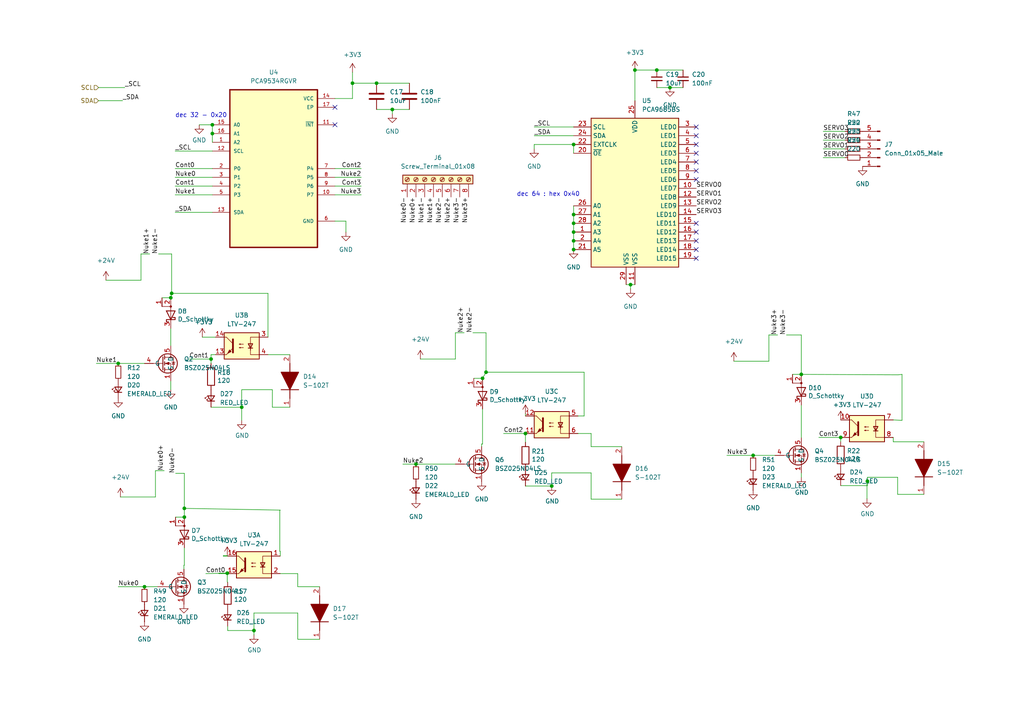
<source format=kicad_sch>
(kicad_sch (version 20231120) (generator "eeschema") (generator_version "8.0")
  (paper "A4")
  (lib_symbols
    (symbol "Connector:Conn_01x05_Male" (pin_names (offset 1.016) hide)
      (property "Reference" "J" (at 0 7.62 0))
      (property "Value" "Conn_01x05_Male" (at 0 -7.62 0))
      (symbol "Conn_01x05_Male_1_1"
        (polyline (pts (xy 1.27 -5.08) (xy 0.8636 -5.08)) (stroke (width 0.1524)))
        (polyline (pts (xy 1.27 -2.54) (xy 0.8636 -2.54)) (stroke (width 0.1524)))
        (polyline (pts (xy 1.27 0) (xy 0.8636 0)) (stroke (width 0.1524)))
        (polyline (pts (xy 1.27 2.54) (xy 0.8636 2.54)) (stroke (width 0.1524)))
        (polyline (pts (xy 1.27 5.08) (xy 0.8636 5.08)) (stroke (width 0.1524)))
        (rectangle (start 0.8636 -4.953) (end 0 -5.207) (stroke (width 0.1524)) (fill (type outline)))
        (rectangle (start 0.8636 -2.413) (end 0 -2.667) (stroke (width 0.1524)) (fill (type outline)))
        (rectangle (start 0.8636 0.127) (end 0 -0.127) (stroke (width 0.1524)) (fill (type outline)))
        (rectangle (start 0.8636 2.667) (end 0 2.413) (stroke (width 0.1524)) (fill (type outline)))
        (rectangle (start 0.8636 5.207) (end 0 4.953) (stroke (width 0.1524)) (fill (type outline)))
        (pin passive line (at 5.08 5.08 180) (length 3.81) (name "Pin_1") (number "1"))
        (pin passive line (at 5.08 2.54 180) (length 3.81) (name "Pin_2") (number "2"))
        (pin passive line (at 5.08 0 180) (length 3.81) (name "Pin_3") (number "3"))
        (pin passive line (at 5.08 -2.54 180) (length 3.81) (name "Pin_4") (number "4"))
        (pin passive line (at 5.08 -5.08 180) (length 3.81) (name "Pin_5") (number "5"))
      )
    )
    (symbol "Connector:Screw_Terminal_01x08" (pin_names (offset 1.016) hide)
      (property "Reference" "J" (at 0 10.16 0))
      (property "Value" "Screw_Terminal_01x08" (at 0 -12.7 0))
      (symbol "Screw_Terminal_01x08_1_1"
        (rectangle (start -1.27 8.89) (end 1.27 -11.43) (stroke (width 0.254)) (fill (type background)))
        (circle (center 0 -10.16) (radius 0.635) (stroke (width 0.1524)))
        (circle (center 0 -7.62) (radius 0.635) (stroke (width 0.1524)))
        (circle (center 0 -5.08) (radius 0.635) (stroke (width 0.1524)))
        (circle (center 0 -2.54) (radius 0.635) (stroke (width 0.1524)))
        (polyline (pts (xy -0.5334 -9.8298) (xy 0.3302 -10.668)) (stroke (width 0.1524)))
        (polyline (pts (xy -0.5334 -7.2898) (xy 0.3302 -8.128)) (stroke (width 0.1524)))
        (polyline (pts (xy -0.5334 -4.7498) (xy 0.3302 -5.588)) (stroke (width 0.1524)))
        (polyline (pts (xy -0.5334 -2.2098) (xy 0.3302 -3.048)) (stroke (width 0.1524)))
        (polyline (pts (xy -0.5334 0.3302) (xy 0.3302 -0.508)) (stroke (width 0.1524)))
        (polyline (pts (xy -0.5334 2.8702) (xy 0.3302 2.032)) (stroke (width 0.1524)))
        (polyline (pts (xy -0.5334 5.4102) (xy 0.3302 4.572)) (stroke (width 0.1524)))
        (polyline (pts (xy -0.5334 7.9502) (xy 0.3302 7.112)) (stroke (width 0.1524)))
        (polyline (pts (xy -0.3556 -9.652) (xy 0.508 -10.4902)) (stroke (width 0.1524)))
        (polyline (pts (xy -0.3556 -7.112) (xy 0.508 -7.9502)) (stroke (width 0.1524)))
        (polyline (pts (xy -0.3556 -4.572) (xy 0.508 -5.4102)) (stroke (width 0.1524)))
        (polyline (pts (xy -0.3556 -2.032) (xy 0.508 -2.8702)) (stroke (width 0.1524)))
        (polyline (pts (xy -0.3556 0.508) (xy 0.508 -0.3302)) (stroke (width 0.1524)))
        (polyline (pts (xy -0.3556 3.048) (xy 0.508 2.2098)) (stroke (width 0.1524)))
        (polyline (pts (xy -0.3556 5.588) (xy 0.508 4.7498)) (stroke (width 0.1524)))
        (polyline (pts (xy -0.3556 8.128) (xy 0.508 7.2898)) (stroke (width 0.1524)))
        (circle (center 0 0) (radius 0.635) (stroke (width 0.1524)))
        (circle (center 0 2.54) (radius 0.635) (stroke (width 0.1524)))
        (circle (center 0 5.08) (radius 0.635) (stroke (width 0.1524)))
        (circle (center 0 7.62) (radius 0.635) (stroke (width 0.1524)))
        (pin passive line (at -5.08 7.62 0) (length 3.81) (name "Pin_1") (number "1"))
        (pin passive line (at -5.08 5.08 0) (length 3.81) (name "Pin_2") (number "2"))
        (pin passive line (at -5.08 2.54 0) (length 3.81) (name "Pin_3") (number "3"))
        (pin passive line (at -5.08 0 0) (length 3.81) (name "Pin_4") (number "4"))
        (pin passive line (at -5.08 -2.54 0) (length 3.81) (name "Pin_5") (number "5"))
        (pin passive line (at -5.08 -5.08 0) (length 3.81) (name "Pin_6") (number "6"))
        (pin passive line (at -5.08 -7.62 0) (length 3.81) (name "Pin_7") (number "7"))
        (pin passive line (at -5.08 -10.16 0) (length 3.81) (name "Pin_8") (number "8"))
      )
    )
    (symbol "Device:C" (pin_numbers hide) (pin_names (offset 0.254))
      (property "Reference" "C" (at 0.635 2.54 0))
      (property "Value" "C" (at 0.635 -2.54 0))
      (symbol "C_0_1"
        (polyline (pts (xy -2.032 -0.762) (xy 2.032 -0.762)) (stroke (width 0.508)))
        (polyline (pts (xy -2.032 0.762) (xy 2.032 0.762)) (stroke (width 0.508)))
      )
      (symbol "C_1_1"
        (pin passive line (at 0 3.81 270) (length 2.794) (name "~") (number "1"))
        (pin passive line (at 0 -3.81 90) (length 2.794) (name "~") (number "2"))
      )
    )
    (symbol "Device:C_Small" (pin_numbers hide) (pin_names (offset 0.254) hide)
      (property "Reference" "C" (at 0.254 1.778 0))
      (property "Value" "C_Small" (at 0.254 -2.032 0))
      (symbol "C_Small_0_1"
        (polyline (pts (xy -1.524 -0.508) (xy 1.524 -0.508)) (stroke (width 0.3302)))
        (polyline (pts (xy -1.524 0.508) (xy 1.524 0.508)) (stroke (width 0.3048)))
      )
      (symbol "C_Small_1_1"
        (pin passive line (at 0 2.54 270) (length 2.032) (name "~") (number "1"))
        (pin passive line (at 0 -2.54 90) (length 2.032) (name "~") (number "2"))
      )
    )
    (symbol "Device:D_Schottky_AAK" (pin_names (offset 0) hide)
      (property "Reference" "D" (at 0 2.54 0))
      (property "Value" "D_Schottky_AAK" (at 0 -2.54 0))
      (symbol "D_Schottky_AAK_0_1"
        (polyline (pts (xy 1.27 1.27) (xy 1.27 -1.27) (xy -1.27 0) (xy 1.27 1.27)) (stroke (width 0.254)))
        (polyline (pts (xy 3.81 2.54) (xy 2.54 2.54) (xy 2.54 0) (xy -1.27 0)))
        (polyline (pts (xy -1.905 0.635) (xy -1.905 1.27) (xy -1.27 1.27) (xy -1.27 -1.27) (xy -0.635 -1.27) (xy -0.635 -0.635)) (stroke (width 0.254)))
        (circle (center 2.54 0) (radius 0.254) (fill (type outline)))
      )
      (symbol "D_Schottky_AAK_1_1"
        (pin passive line (at 5.08 2.54 180) (length 2.54) (name "A") (number "1"))
        (pin passive line (at 5.08 0 180) (length 2.54) (name "A") (number "2"))
        (pin passive line (at -3.81 0 0) (length 2.54) (name "K") (number "3"))
      )
    )
    (symbol "Device:LED_Small" (pin_numbers hide) (pin_names (offset 0.254) hide)
      (property "Reference" "D" (at -1.27 3.175 0))
      (property "Value" "LED_Small" (at -4.445 -2.54 0))
      (symbol "LED_Small_0_1"
        (polyline (pts (xy -0.762 -1.016) (xy -0.762 1.016)) (stroke (width 0.254)))
        (polyline (pts (xy 1.016 0) (xy -0.762 0)))
        (polyline (pts (xy 0.762 -1.016) (xy -0.762 0) (xy 0.762 1.016) (xy 0.762 -1.016)) (stroke (width 0.254)))
        (polyline (pts (xy 0 0.762) (xy -0.508 1.27) (xy -0.254 1.27) (xy -0.508 1.27) (xy -0.508 1.016)))
        (polyline (pts (xy 0.508 1.27) (xy 0 1.778) (xy 0.254 1.778) (xy 0 1.778) (xy 0 1.524)))
      )
      (symbol "LED_Small_1_1"
        (pin passive line (at -2.54 0 0) (length 1.778) (name "K") (number "1"))
        (pin passive line (at 2.54 0 180) (length 1.778) (name "A") (number "2"))
      )
    )
    (symbol "Device:R" (pin_numbers hide) (pin_names (offset 0))
      (property "Reference" "R" (at 2.032 0 90))
      (property "Value" "R" (at 0 0 90))
      (symbol "R_0_1"
        (rectangle (start -1.016 -2.54) (end 1.016 2.54) (stroke (width 0.254)))
      )
      (symbol "R_1_1"
        (pin passive line (at 0 3.81 270) (length 1.27) (name "~") (number "1"))
        (pin passive line (at 0 -3.81 90) (length 1.27) (name "~") (number "2"))
      )
    )
    (symbol "Device:R_Small" (pin_numbers hide) (pin_names (offset 0.254) hide)
      (property "Reference" "R" (at 0.762 0.508 0))
      (property "Value" "R_Small" (at 0.762 -1.016 0))
      (symbol "R_Small_0_1"
        (rectangle (start -0.762 1.778) (end 0.762 -1.778) (stroke (width 0.2032)))
      )
      (symbol "R_Small_1_1"
        (pin passive line (at 0 2.54 270) (length 0.762) (name "~") (number "1"))
        (pin passive line (at 0 -2.54 90) (length 0.762) (name "~") (number "2"))
      )
    )
    (symbol "Driver_LED:PCA9685BS"
      (property "Reference" "U" (at -12.7 22.225 0))
      (property "Value" "PCA9685BS" (at 1.27 22.225 0))
      (symbol "PCA9685BS_0_1"
        (rectangle (start -12.7 20.32) (end 12.7 -22.86) (stroke (width 0.254)) (fill (type background)))
      )
      (symbol "PCA9685BS_1_1"
        (pin input line (at -17.78 -12.7 0) (length 5.08) (name "A3") (number "1"))
        (pin output line (at 17.78 0 180) (length 5.08) (name "LED7") (number "10"))
        (pin power_in line (at 0 -27.94 90) (length 5.08) (name "VSS") (number "11"))
        (pin output line (at 17.78 -2.54 180) (length 5.08) (name "LED8") (number "12"))
        (pin output line (at 17.78 -5.08 180) (length 5.08) (name "LED9") (number "13"))
        (pin output line (at 17.78 -7.62 180) (length 5.08) (name "LED10") (number "14"))
        (pin output line (at 17.78 -10.16 180) (length 5.08) (name "LED11") (number "15"))
        (pin output line (at 17.78 -12.7 180) (length 5.08) (name "LED12") (number "16"))
        (pin output line (at 17.78 -15.24 180) (length 5.08) (name "LED13") (number "17"))
        (pin output line (at 17.78 -17.78 180) (length 5.08) (name "LED14") (number "18"))
        (pin output line (at 17.78 -20.32 180) (length 5.08) (name "LED15") (number "19"))
        (pin input line (at -17.78 -15.24 0) (length 5.08) (name "A4") (number "2"))
        (pin input line (at -17.78 10.16 0) (length 5.08) (name "~{OE}") (number "20"))
        (pin input line (at -17.78 -17.78 0) (length 5.08) (name "A5") (number "21"))
        (pin input line (at -17.78 12.7 0) (length 5.08) (name "EXTCLK") (number "22"))
        (pin input line (at -17.78 17.78 0) (length 5.08) (name "SCL") (number "23"))
        (pin bidirectional line (at -17.78 15.24 0) (length 5.08) (name "SDA") (number "24"))
        (pin power_in line (at 0 25.4 270) (length 5.08) (name "VDD") (number "25"))
        (pin input line (at -17.78 -5.08 0) (length 5.08) (name "A0") (number "26"))
        (pin input line (at -17.78 -7.62 0) (length 5.08) (name "A1") (number "27"))
        (pin input line (at -17.78 -10.16 0) (length 5.08) (name "A2") (number "28"))
        (pin power_in line (at -2.54 -27.94 90) (length 5.08) (name "VSS") (number "29"))
        (pin output line (at 17.78 17.78 180) (length 5.08) (name "LED0") (number "3"))
        (pin output line (at 17.78 15.24 180) (length 5.08) (name "LED1") (number "4"))
        (pin output line (at 17.78 12.7 180) (length 5.08) (name "LED2") (number "5"))
        (pin output line (at 17.78 10.16 180) (length 5.08) (name "LED3") (number "6"))
        (pin output line (at 17.78 7.62 180) (length 5.08) (name "LED4") (number "7"))
        (pin output line (at 17.78 5.08 180) (length 5.08) (name "LED5") (number "8"))
        (pin output line (at 17.78 2.54 180) (length 5.08) (name "LED6") (number "9"))
      )
    )
    (symbol "GND_1" (power) (pin_numbers hide) (pin_names (offset 0) hide)
      (property "Value" "GND" (at 0 -3.81 0))
      (symbol "GND_1_0_1"
        (polyline (pts (xy 0 0) (xy 0 -1.27) (xy 1.27 -1.27) (xy 0 -2.54) (xy -1.27 -1.27) (xy 0 -1.27)))
      )
      (symbol "GND_1_1_1"
        (pin power_in line (at 0 0 270) (length 0) (name "~") (number "1"))
      )
    )
    (symbol "Isolator:LTV-247"
      (property "Reference" "U" (at -5.08 5.08 0))
      (property "Value" "LTV-247" (at 0 5.08 0))
      (symbol "LTV-247_0_1"
        (rectangle (start -5.08 3.81) (end 5.08 -3.81) (stroke (width 0.254)) (fill (type background)))
        (polyline (pts (xy -3.175 -0.635) (xy -1.905 -0.635)) (stroke (width 0.254)))
        (polyline (pts (xy 2.54 0.635) (xy 4.445 2.54)))
        (polyline (pts (xy 4.445 -2.54) (xy 2.54 -0.635)) (fill (type outline)))
        (polyline (pts (xy 4.445 -2.54) (xy 5.08 -2.54)))
        (polyline (pts (xy 4.445 2.54) (xy 5.08 2.54)))
        (polyline (pts (xy -2.54 -0.635) (xy -2.54 -2.54) (xy -5.08 -2.54)))
        (polyline (pts (xy 2.54 1.905) (xy 2.54 -1.905) (xy 2.54 -1.905)) (stroke (width 0.508)))
        (polyline (pts (xy -5.08 2.54) (xy -2.54 2.54) (xy -2.54 -1.27) (xy -2.54 0.635)))
        (polyline (pts (xy -2.54 -0.635) (xy -3.175 0.635) (xy -1.905 0.635) (xy -2.54 -0.635)) (stroke (width 0.254)))
        (polyline (pts (xy -0.508 -0.508) (xy 0.762 -0.508) (xy 0.381 -0.635) (xy 0.381 -0.381) (xy 0.762 -0.508)))
        (polyline (pts (xy -0.508 0.508) (xy 0.762 0.508) (xy 0.381 0.381) (xy 0.381 0.635) (xy 0.762 0.508)))
        (polyline (pts (xy 3.048 -1.651) (xy 3.556 -1.143) (xy 4.064 -2.159) (xy 3.048 -1.651) (xy 3.048 -1.651)) (fill (type outline)))
      )
      (symbol "LTV-247_1_1"
        (pin passive line (at -7.62 2.54 0) (length 2.54) (name "~") (number "1"))
        (pin passive line (at 7.62 -2.54 180) (length 2.54) (name "~") (number "15"))
        (pin passive line (at 7.62 2.54 180) (length 2.54) (name "~") (number "16"))
        (pin passive line (at -7.62 -2.54 0) (length 2.54) (name "~") (number "2"))
      )
      (symbol "LTV-247_2_1"
        (pin passive line (at 7.62 -2.54 180) (length 2.54) (name "~") (number "13"))
        (pin passive line (at 7.62 2.54 180) (length 2.54) (name "~") (number "14"))
        (pin passive line (at -7.62 2.54 0) (length 2.54) (name "~") (number "3"))
        (pin passive line (at -7.62 -2.54 0) (length 2.54) (name "~") (number "4"))
      )
      (symbol "LTV-247_3_1"
        (pin passive line (at 7.62 -2.54 180) (length 2.54) (name "~") (number "11"))
        (pin passive line (at 7.62 2.54 180) (length 2.54) (name "~") (number "12"))
        (pin passive line (at -7.62 2.54 0) (length 2.54) (name "~") (number "5"))
        (pin passive line (at -7.62 -2.54 0) (length 2.54) (name "~") (number "6"))
      )
      (symbol "LTV-247_4_1"
        (pin passive line (at 7.62 2.54 180) (length 2.54) (name "~") (number "10"))
        (pin passive line (at -7.62 2.54 0) (length 2.54) (name "~") (number "7"))
        (pin passive line (at -7.62 -2.54 0) (length 2.54) (name "~") (number "8"))
        (pin passive line (at 7.62 -2.54 180) (length 2.54) (name "~") (number "9"))
      )
    )
    (symbol "iclr-hw:BSZ025N04LS"
      (property "Reference" "Q" (at -0.762 15.748 0))
      (property "Value" "BSZ025N04LS" (at -6.604 13.208 0))
      (symbol "BSZ025N04LS_0_1"
        (polyline (pts (xy -1.016 0) (xy -3.81 0)))
        (polyline (pts (xy -1.016 1.905) (xy -1.016 -1.905)) (stroke (width 0.254)))
        (polyline (pts (xy -0.508 -1.27) (xy -0.508 -2.286)) (stroke (width 0.254)))
        (polyline (pts (xy -0.508 0.508) (xy -0.508 -0.508)) (stroke (width 0.254)))
        (polyline (pts (xy -0.508 2.286) (xy -0.508 1.27)) (stroke (width 0.254)))
        (polyline (pts (xy 1.27 2.54) (xy 1.27 1.778)))
        (polyline (pts (xy 1.27 -2.54) (xy 1.27 0) (xy -0.508 0)))
        (polyline (pts (xy -0.508 -1.778) (xy 2.032 -1.778) (xy 2.032 1.778) (xy -0.508 1.778)))
        (polyline (pts (xy -0.254 0) (xy 0.762 0.381) (xy 0.762 -0.381) (xy -0.254 0)) (fill (type outline)))
        (polyline (pts (xy 1.524 0.508) (xy 1.651 0.381) (xy 2.413 0.381) (xy 2.54 0.254)))
        (polyline (pts (xy 2.032 0.381) (xy 1.651 -0.254) (xy 2.413 -0.254) (xy 2.032 0.381)))
        (circle (center 0.381 0) (radius 2.794) (stroke (width 0.254)))
        (circle (center 1.27 -1.778) (radius 0.254) (fill (type outline)))
        (circle (center 1.27 1.778) (radius 0.254) (fill (type outline)))
      )
      (symbol "BSZ025N04LS_1_1"
        (pin passive line (at 1.27 -5.08 90) (length 2.54) (name "S") (number "1"))
        (pin passive line (at 1.27 -5.08 90) (length 2.54) hide (name "S") (number "2"))
        (pin passive line (at 1.27 -5.08 90) (length 2.54) hide (name "S") (number "3"))
        (pin input line (at -6.35 0 0) (length 2.54) (name "G") (number "4"))
        (pin passive line (at 1.27 5.08 270) (length 2.54) (name "D") (number "5"))
        (pin passive line (at 1.27 5.08 270) (length 2.54) hide (name "D") (number "6"))
        (pin passive line (at 1.27 5.08 270) (length 2.54) hide (name "D") (number "7"))
        (pin passive line (at 1.27 5.08 270) (length 2.54) hide (name "D") (number "8"))
        (pin passive line (at 1.27 -5.08 90) (length 2.54) hide (name "S") (number "A1"))
        (pin passive line (at 1.27 5.08 270) (length 2.54) hide (name "D") (number "A5"))
      )
    )
    (symbol "iclr-hw:S-102T" (pin_names hide)
      (property "Reference" "D" (at 11.43 5.08 0))
      (property "Value" "S-102T" (at 11.43 2.54 0))
      (symbol "S-102T_1_1"
        (polyline (pts (xy 2.54 0) (xy 5.08 0)) (stroke (width 0.254)))
        (polyline (pts (xy 5.08 2.54) (xy 5.08 -2.54)) (stroke (width 0.254)))
        (polyline (pts (xy 10.16 0) (xy 12.7 0)) (stroke (width 0.254)))
        (polyline (pts (xy 5.08 0) (xy 10.16 2.54) (xy 10.16 -2.54) (xy 5.08 0)) (stroke (width 0.254)) (fill (type outline)))
        (pin passive line (at 0 0 0) (length 2.54) (name "K") (number "1"))
        (pin passive line (at 15.24 0 180) (length 2.54) (name "A") (number "2"))
      )
    )
    (symbol "iclr:PCA9534RGVR" (pin_names (offset 1.016))
      (property "Reference" "U" (at -12.7 23.8506 0))
      (property "Value" "PCA9534RGVR" (at -12.7 -26.8478 0))
      (symbol "PCA9534RGVR_0_0"
        (rectangle (start -12.7 -22.86) (end 12.7 22.86) (stroke (width 0.4064)) (fill (type background)))
        (pin input line (at -17.78 7.62 0) (length 5.08) (name "A2") (number "1"))
        (pin bidirectional line (at 17.78 -7.62 180) (length 5.08) (name "P7") (number "10"))
        (pin output line (at 17.78 12.7 180) (length 5.08) (name "~{INT}") (number "11"))
        (pin input line (at -17.78 5.08 0) (length 5.08) (name "SCL") (number "12"))
        (pin bidirectional line (at -17.78 -12.7 0) (length 5.08) (name "SDA") (number "13"))
        (pin power_in line (at 17.78 20.32 180) (length 5.08) (name "VCC") (number "14"))
        (pin input line (at -17.78 12.7 0) (length 5.08) (name "A0") (number "15"))
        (pin input line (at -17.78 10.16 0) (length 5.08) (name "A1") (number "16"))
        (pin power_in line (at 17.78 17.78 180) (length 5.08) (name "EP") (number "17"))
        (pin bidirectional line (at -17.78 0 0) (length 5.08) (name "P0") (number "2"))
        (pin bidirectional line (at -17.78 -2.54 0) (length 5.08) (name "P1") (number "3"))
        (pin bidirectional line (at -17.78 -5.08 0) (length 5.08) (name "P2") (number "4"))
        (pin bidirectional line (at -17.78 -7.62 0) (length 5.08) (name "P3") (number "5"))
        (pin power_in line (at 17.78 -15.24 180) (length 5.08) (name "GND") (number "6"))
        (pin bidirectional line (at 17.78 0 180) (length 5.08) (name "P4") (number "7"))
        (pin bidirectional line (at 17.78 -2.54 180) (length 5.08) (name "P5") (number "8"))
        (pin bidirectional line (at 17.78 -5.08 180) (length 5.08) (name "P6") (number "9"))
      )
    )
    (symbol "power:+24V" (power) (pin_names (offset 0))
      (property "Value" "+24V" (at 0 3.556 0))
      (symbol "+24V_0_1"
        (polyline (pts (xy -0.762 1.27) (xy 0 2.54)))
        (polyline (pts (xy 0 0) (xy 0 2.54)))
        (polyline (pts (xy 0 2.54) (xy 0.762 1.27)))
      )
      (symbol "+24V_1_1"
        (pin power_in line (at 0 0 90) (length 0) hide (name "+24V") (number "1"))
      )
    )
    (symbol "power:+3.3V" (power) (pin_names (offset 0))
      (property "Value" "+3.3V" (at 0 3.556 0))
      (symbol "+3.3V_0_1"
        (polyline (pts (xy -0.762 1.27) (xy 0 2.54)))
        (polyline (pts (xy 0 0) (xy 0 2.54)))
        (polyline (pts (xy 0 2.54) (xy 0.762 1.27)))
      )
      (symbol "+3.3V_1_1"
        (pin power_in line (at 0 0 90) (length 0) hide (name "+3V3") (number "1"))
      )
    )
    (symbol "power:+3V3" (power) (pin_names (offset 0))
      (property "Value" "+3V3" (at 0 3.556 0))
      (symbol "+3V3_0_1"
        (polyline (pts (xy -0.762 1.27) (xy 0 2.54)))
        (polyline (pts (xy 0 0) (xy 0 2.54)))
        (polyline (pts (xy 0 2.54) (xy 0.762 1.27)))
      )
      (symbol "+3V3_1_1"
        (pin power_in line (at 0 0 90) (length 0) hide (name "+3V3") (number "1"))
      )
    )
    (symbol "power:GND" (power) (pin_names (offset 0))
      (property "Value" "GND" (at 0 -3.81 0))
      (symbol "GND_0_1"
        (polyline (pts (xy 0 0) (xy 0 -1.27) (xy 1.27 -1.27) (xy 0 -2.54) (xy -1.27 -1.27) (xy 0 -1.27)))
      )
      (symbol "GND_1_1"
        (pin power_in line (at 0 0 270) (length 0) hide (name "GND") (number "1"))
      )
    )
  )
  (junction (at 61.595 36.195))
  (junction (at 140.97 107.95))
  (junction (at 139.954 109.728))
  (junction (at 243.84 126.873))
  (junction (at 34.29 105.41))
  (junction (at 41.91 170.18))
  (junction (at 120.65 134.62))
  (junction (at 49.53 86.36))
  (junction (at 182.88 82.55))
  (junction (at 113.792 31.75))
  (junction (at 166.37 62.23))
  (junction (at 160.02 140.97))
  (junction (at 166.37 41.91))
  (junction (at 232.41 108.585))
  (junction (at 61.214 104.14))
  (junction (at 166.37 72.39))
  (junction (at 53.467 149.987))
  (junction (at 109.22 24.13))
  (junction (at 65.913 166.243))
  (junction (at 70.104 118.11))
  (junction (at 184.15 20.32))
  (junction (at 53.467 147.447))
  (junction (at 166.37 67.31))
  (junction (at 251.587 139.573))
  (junction (at 194.31 25.4))
  (junction (at 102.235 24.13))
  (junction (at 61.595 38.735))
  (junction (at 166.37 69.85))
  (junction (at 166.37 64.77))
  (junction (at 218.44 132.08))
  (junction (at 190.5 20.32))
  (junction (at 152.4 125.73))
  (junction (at 49.784 85.09))
  (junction (at 73.66 182.88))
  (no_connect (at 201.93 74.93))
  (no_connect (at 97.155 31.115))
  (no_connect (at 201.93 39.37))
  (no_connect (at 201.93 52.07))
  (no_connect (at 97.155 36.195))
  (no_connect (at 201.93 49.53))
  (no_connect (at 201.93 67.31))
  (no_connect (at 201.93 36.83))
  (no_connect (at 201.93 44.45))
  (no_connect (at 201.93 46.99))
  (no_connect (at 201.93 64.77))
  (no_connect (at 201.93 69.85))
  (no_connect (at 201.93 41.91))
  (no_connect (at 201.93 72.39))
  (wire (pts (xy 132.08 96.52) (xy 132.08 104.14)))
  (wire (pts (xy 97.155 56.515) (xy 104.775 56.515)))
  (wire (pts (xy 109.22 31.75) (xy 113.792 31.75)))
  (wire (pts (xy 245.11 45.72) (xy 238.76 45.72)))
  (wire (pts (xy 160.02 140.97) (xy 160.02 137.16)))
  (wire (pts (xy 140.97 96.52) (xy 137.16 96.52)))
  (wire (pts (xy 43.434 73.66) (xy 40.894 73.66)))
  (wire (pts (xy 243.84 126.873) (xy 237.49 126.873)))
  (wire (pts (xy 210.82 132.08) (xy 218.44 132.08)))
  (wire (pts (xy 49.53 100.33) (xy 49.53 95.25)))
  (wire (pts (xy 260.35 138.43) (xy 251.587 138.43)))
  (wire (pts (xy 139.954 109.728) (xy 140.97 107.95)))
  (wire (pts (xy 166.37 67.31) (xy 166.37 69.85)))
  (wire (pts (xy 41.91 170.18) (xy 45.72 170.18)))
  (wire (pts (xy 66.04 161.29) (xy 64.77 161.29)))
  (wire (pts (xy 70.104 118.11) (xy 70.104 121.92)))
  (wire (pts (xy 63.5 166.243) (xy 65.913 166.243)))
  (wire (pts (xy 184.15 20.32) (xy 184.15 29.21)))
  (wire (pts (xy 78.994 118.11) (xy 84.074 118.11)))
  (wire (pts (xy 181.61 82.55) (xy 182.88 82.55)))
  (wire (pts (xy 245.11 43.18) (xy 238.76 43.18)))
  (wire (pts (xy 97.155 53.975) (xy 104.775 53.975)))
  (wire (pts (xy 81.153 148.082) (xy 81.28 147.955)))
  (wire (pts (xy 97.155 51.435) (xy 104.775 51.435)))
  (wire (pts (xy 160.02 137.16) (xy 171.45 137.16)))
  (wire (pts (xy 49.784 73.66) (xy 45.974 73.66)))
  (wire (pts (xy 57.785 36.195) (xy 61.595 36.195)))
  (wire (pts (xy 251.46 139.573) (xy 251.587 139.573)))
  (wire (pts (xy 73.66 182.88) (xy 73.66 177.8)))
  (wire (pts (xy 100.33 64.135) (xy 100.33 67.31)))
  (wire (pts (xy 53.467 163.957) (xy 53.467 158.877)))
  (wire (pts (xy 53.467 147.447) (xy 53.467 149.987)))
  (wire (pts (xy 232.41 108.585) (xy 260.477 108.712)))
  (wire (pts (xy 53.34 163.957) (xy 53.34 165.1)))
  (wire (pts (xy 70.104 113.03) (xy 70.104 118.11)))
  (wire (pts (xy 229.87 108.585) (xy 232.41 108.585)))
  (wire (pts (xy 86.36 177.8) (xy 86.36 185.42)))
  (wire (pts (xy 50.8 43.815) (xy 61.595 43.815)))
  (wire (pts (xy 166.37 41.91) (xy 166.37 44.45)))
  (wire (pts (xy 171.45 129.54) (xy 171.45 125.73)))
  (wire (pts (xy 28.575 29.21) (xy 35.56 29.21)))
  (wire (pts (xy 190.5 25.4) (xy 194.31 25.4)))
  (wire (pts (xy 140.97 96.52) (xy 140.97 107.95)))
  (wire (pts (xy 73.66 182.88) (xy 73.66 184.15)))
  (wire (pts (xy 260.35 143.383) (xy 267.97 143.383)))
  (wire (pts (xy 86.36 185.42) (xy 92.71 185.42)))
  (wire (pts (xy 109.22 24.13) (xy 102.235 24.13)))
  (wire (pts (xy 102.235 20.955) (xy 102.235 24.13)))
  (wire (pts (xy 53.467 147.447) (xy 81.28 147.955)))
  (wire (pts (xy 50.8 53.975) (xy 61.595 53.975)))
  (wire (pts (xy 73.66 177.8) (xy 86.36 177.8)))
  (wire (pts (xy 70.104 113.03) (xy 78.994 113.03)))
  (wire (pts (xy 182.88 82.55) (xy 184.15 82.55)))
  (wire (pts (xy 243.84 140.843) (xy 251.587 140.843)))
  (wire (pts (xy 63.5 166.37) (xy 63.5 166.243)))
  (wire (pts (xy 134.62 96.52) (xy 132.08 96.52)))
  (wire (pts (xy 53.467 137.287) (xy 50.927 137.287)))
  (wire (pts (xy 61.214 118.11) (xy 70.104 118.11)))
  (wire (pts (xy 34.29 170.18) (xy 41.91 170.18)))
  (wire (pts (xy 171.45 137.16) (xy 171.45 144.78)))
  (wire (pts (xy 49.784 85.09) (xy 77.724 85.09)))
  (wire (pts (xy 66.04 182.88) (xy 73.66 182.88)))
  (wire (pts (xy 171.45 125.73) (xy 167.64 125.73)))
  (wire (pts (xy 259.08 128.143) (xy 267.97 128.143)))
  (wire (pts (xy 102.235 28.575) (xy 97.155 28.575)))
  (wire (pts (xy 49.53 113.03) (xy 49.53 110.49)))
  (wire (pts (xy 49.784 73.66) (xy 49.784 85.09)))
  (wire (pts (xy 34.925 144.145) (xy 45.085 144.145)))
  (wire (pts (xy 81.28 159.893) (xy 81.28 161.29)))
  (wire (pts (xy 251.587 138.43) (xy 251.587 139.573)))
  (wire (pts (xy 81.28 166.37) (xy 86.36 166.37)))
  (wire (pts (xy 50.8 48.895) (xy 61.595 48.895)))
  (wire (pts (xy 113.792 31.75) (xy 113.792 33.02)))
  (wire (pts (xy 260.35 143.383) (xy 260.35 138.43)))
  (wire (pts (xy 46.99 86.36) (xy 49.53 86.36)))
  (wire (pts (xy 184.15 20.32) (xy 190.5 20.32)))
  (wire (pts (xy 30.734 81.28) (xy 40.894 81.28)))
  (wire (pts (xy 182.88 82.55) (xy 182.88 83.82)))
  (wire (pts (xy 169.418 120.65) (xy 167.64 120.65)))
  (wire (pts (xy 261.62 121.92) (xy 259.08 121.793)))
  (wire (pts (xy 232.41 97.155) (xy 232.41 108.585)))
  (wire (pts (xy 45.085 136.525) (xy 45.085 144.145)))
  (wire (pts (xy 245.11 38.1) (xy 238.76 38.1)))
  (wire (pts (xy 121.92 104.14) (xy 132.08 104.14)))
  (wire (pts (xy 50.8 56.515) (xy 61.595 56.515)))
  (wire (pts (xy 171.45 129.54) (xy 180.34 129.54)))
  (wire (pts (xy 152.4 140.97) (xy 160.02 140.97)))
  (wire (pts (xy 166.37 59.69) (xy 166.37 62.23)))
  (wire (pts (xy 78.994 113.03) (xy 78.994 118.11)))
  (wire (pts (xy 61.595 36.195) (xy 61.595 38.735)))
  (wire (pts (xy 28.575 25.4) (xy 36.195 25.4)))
  (wire (pts (xy 171.45 144.78) (xy 180.34 144.78)))
  (wire (pts (xy 154.94 39.37) (xy 166.37 39.37)))
  (wire (pts (xy 40.894 73.66) (xy 40.894 81.28)))
  (wire (pts (xy 212.852 104.775) (xy 223.012 104.775)))
  (wire (pts (xy 86.36 166.37) (xy 86.36 170.18)))
  (wire (pts (xy 261.62 108.585) (xy 260.477 108.712)))
  (wire (pts (xy 50.8 61.595) (xy 61.595 61.595)))
  (wire (pts (xy 140.97 107.95) (xy 169.418 107.95)))
  (wire (pts (xy 64.77 161.163) (xy 65.913 161.163)))
  (wire (pts (xy 152.4 128.27) (xy 152.4 125.73)))
  (wire (pts (xy 81.153 159.893) (xy 81.153 148.082)))
  (wire (pts (xy 34.29 105.41) (xy 41.91 105.41)))
  (wire (pts (xy 97.155 48.895) (xy 104.775 48.895)))
  (wire (pts (xy 27.94 105.41) (xy 34.29 105.41)))
  (wire (pts (xy 190.5 20.32) (xy 198.12 20.32)))
  (wire (pts (xy 49.53 86.36) (xy 49.784 85.09)))
  (wire (pts (xy 86.36 170.18) (xy 92.71 170.18)))
  (wire (pts (xy 58.674 97.79) (xy 62.484 97.79)))
  (wire (pts (xy 154.94 36.83) (xy 166.37 36.83)))
  (wire (pts (xy 61.214 104.14) (xy 54.864 104.14)))
  (wire (pts (xy 166.37 64.77) (xy 166.37 67.31)))
  (wire (pts (xy 116.84 134.62) (xy 120.65 134.62)))
  (wire (pts (xy 50.8 51.435) (xy 61.595 51.435)))
  (wire (pts (xy 64.77 161.29) (xy 64.77 161.163)))
  (wire (pts (xy 194.31 25.4) (xy 198.12 25.4)))
  (wire (pts (xy 81.28 159.893) (xy 81.153 159.893)))
  (wire (pts (xy 61.595 38.735) (xy 61.595 41.275)))
  (wire (pts (xy 169.418 120.65) (xy 169.418 107.95)))
  (wire (pts (xy 139.954 128.778) (xy 139.954 118.618)))
  (wire (pts (xy 47.625 136.525) (xy 45.085 136.525)))
  (wire (pts (xy 166.37 62.23) (xy 166.37 64.77)))
  (wire (pts (xy 113.792 31.75) (xy 118.745 31.75)))
  (wire (pts (xy 139.7 128.778) (xy 139.7 129.54)))
  (wire (pts (xy 50.927 149.987) (xy 53.467 149.987)))
  (wire (pts (xy 152.4 120.65) (xy 152.4 120.015)))
  (wire (pts (xy 218.44 132.08) (xy 224.79 132.08)))
  (wire (pts (xy 232.41 137.16) (xy 232.41 138.43)))
  (wire (pts (xy 223.012 97.155) (xy 223.012 104.775)))
  (wire (pts (xy 166.37 69.85) (xy 166.37 72.39)))
  (wire (pts (xy 53.34 163.957) (xy 53.467 163.957)))
  (wire (pts (xy 120.65 134.62) (xy 132.08 134.62)))
  (wire (pts (xy 251.46 139.573) (xy 251.46 144.653)))
  (wire (pts (xy 109.22 24.13) (xy 118.745 24.13)))
  (wire (pts (xy 53.467 137.287) (xy 53.467 147.447)))
  (wire (pts (xy 225.552 97.155) (xy 223.012 97.155)))
  (wire (pts (xy 261.62 108.585) (xy 261.62 121.92)))
  (wire (pts (xy 259.08 126.873) (xy 259.08 128.143)))
  (wire (pts (xy 251.587 139.573) (xy 251.587 140.843)))
  (wire (pts (xy 228.092 97.155) (xy 232.41 97.155)))
  (wire (pts (xy 66.04 181.61) (xy 66.04 182.88)))
  (wire (pts (xy 61.214 105.41) (xy 61.214 104.14)))
  (wire (pts (xy 66.04 166.37) (xy 63.5 166.37)))
  (wire (pts (xy 166.37 41.91) (xy 154.94 41.91)))
  (wire (pts (xy 65.913 166.243) (xy 59.69 166.37)))
  (wire (pts (xy 102.235 24.13) (xy 102.235 28.575)))
  (wire (pts (xy 77.724 85.09) (xy 77.724 97.79)))
  (wire (pts (xy 65.913 168.783) (xy 66.04 168.91)))
  (wire (pts (xy 154.94 41.91) (xy 154.94 43.18)))
  (wire (pts (xy 243.84 128.143) (xy 243.84 126.873)))
  (wire (pts (xy 137.414 109.728) (xy 139.954 109.728)))
  (wire (pts (xy 245.11 40.64) (xy 238.76 40.64)))
  (wire (pts (xy 61.214 102.87) (xy 61.214 104.14)))
  (wire (pts (xy 232.41 117.475) (xy 232.41 127)))
  (wire (pts (xy 97.155 64.135) (xy 100.33 64.135)))
  (wire (pts (xy 65.913 168.783) (xy 65.913 166.243)))
  (wire (pts (xy 62.484 102.87) (xy 61.214 102.87)))
  (wire (pts (xy 152.4 125.73) (xy 146.05 125.73)))
  (wire (pts (xy 139.7 128.778) (xy 139.954 128.778)))
  (wire (pts (xy 77.724 102.87) (xy 84.074 102.87)))
  (text "dec 32 - 0x20" (at 50.8 34.29 0) (effects (font (size 1.27 1.27)) (justify left bottom)))
  (text "dec 64 : hex 0x40\n" (at 149.86 57.15 0) (effects (font (size 1.27 1.27)) (justify left bottom)))
  (label "Nuke0" (at 34.29 170.18 0))
  (label "Cont2" (at 104.775 48.895 180))
  (label "Nuke1+" (at 43.434 73.66 90))
  (label "Nuke0+" (at 47.625 136.525 90))
  (label "Nuke1" (at 50.8 56.515 0))
  (label "Nuke2" (at 104.775 51.435 180))
  (label "Nuke1-" (at 123.19 57.15 270))
  (label "Nuke1+" (at 125.73 57.15 270))
  (label "_SCL" (at 154.94 36.83 0))
  (label "Nuke3-" (at 228.092 97.155 90))
  (label "Nuke2-" (at 128.27 57.15 270))
  (label "Nuke1-" (at 45.974 73.66 90))
  (label "SERVO2" (at 201.93 59.69 0))
  (label "Cont0" (at 59.69 166.37 0))
  (label "Cont3" (at 237.49 126.873 0))
  (label "Cont3" (at 104.775 53.975 180))
  (label "Nuke3+" (at 225.552 97.155 90))
  (label "SERVO1" (at 201.93 57.15 0))
  (label "Nuke3" (at 210.82 132.08 0))
  (label "Nuke2-" (at 137.16 96.52 90))
  (label "Nuke2+" (at 130.81 57.15 270))
  (label "_SDA" (at 154.94 39.37 0))
  (label "Cont1" (at 50.8 53.975 0))
  (label "Nuke3-" (at 133.35 57.15 270))
  (label "SERVO2" (at 238.76 40.64 0))
  (label "Nuke0-" (at 118.11 57.15 270))
  (label "Nuke0-" (at 50.927 137.287 90))
  (label "Nuke1" (at 27.94 105.41 0))
  (label "SERVO3" (at 238.76 38.1 0))
  (label "Cont1" (at 54.864 104.14 0))
  (label "Cont0" (at 50.8 48.895 0))
  (label "SERVO1" (at 238.76 43.18 0))
  (label "_SCL" (at 50.8 43.815 0))
  (label "_SCL" (at 36.195 25.4 0))
  (label "SERVO3" (at 201.93 62.23 0))
  (label "Nuke3+" (at 135.89 57.15 270))
  (label "Nuke3" (at 104.775 56.515 180))
  (label "Nuke0" (at 50.8 51.435 0))
  (label "Nuke2" (at 116.84 134.62 0))
  (label "_SDA" (at 35.56 29.21 0))
  (label "Cont2" (at 146.05 125.73 0))
  (label "SERVO0" (at 201.93 54.61 0))
  (label "Nuke0+" (at 120.65 57.15 270))
  (label "_SDA" (at 50.8 61.595 0))
  (label "SERVO0" (at 238.76 45.72 0))
  (label "Nuke2+" (at 134.62 96.52 90))
  (hierarchical_label "SDA" (shape input) (at 28.575 29.21 180))
  (hierarchical_label "SCL" (shape input) (at 28.575 25.4 180))
  (symbol (lib_id "power:GND") (at 70.104 121.92 0) (unit 1)
    (property "Reference" "#PWR050" (effects (hide yes)))
    (property "Value" "GND" (at 70.231 126.3142 0))
  )
  (symbol (lib_id "iclr:PCA9534RGVR") (at 79.375 48.895 0) (unit 1)
    (property "Reference" "U4" (at 79.375 20.955 0))
    (property "Value" "PCA9534RGVR" (at 79.375 23.495 0))
    (property "Footprint" "iclr:QFN65P400X400X100-17N" (effects (hide yes)))
  )
  (symbol (lib_id "Device:LED_Small") (at 61.214 115.57 90) (unit 1)
    (property "Reference" "D27" (at 63.754 114.2364 90) (effects (justify right)))
    (property "Value" "RED_LED" (at 63.754 116.7764 90) (effects (justify right)))
    (property "Footprint" "LED_SMD:LED_0402_1005Metric" (effects (hide yes)))
    (property "Description" "Light emitting diode, small symbol" (effects (hide yes)))
  )
  (symbol (lib_id "power:+3.3V") (at 184.15 20.32 0) (unit 1)
    (property "Reference" "#PWR065" (effects (hide yes)))
    (property "Value" "+3V3" (at 184.15 15.24 0))
  )
  (symbol (lib_name "GND_1") (lib_id "power:GND") (at 218.44 142.24 0) (unit 1)
    (property "Reference" "#PWR035" (effects (hide yes)))
    (property "Value" "GND" (at 218.44 147.32 0))
    (property "Description" "Power symbol creates a global label with name \"GND\" , ground" (effects (hide yes)))
  )
  (symbol (lib_name "GND_1") (lib_id "power:GND") (at 41.91 180.34 0) (unit 1)
    (property "Reference" "#PWR026" (effects (hide yes)))
    (property "Value" "GND" (at 41.91 185.42 0))
    (property "Description" "Power symbol creates a global label with name \"GND\" , ground" (effects (hide yes)))
  )
  (symbol (lib_id "Device:C_Small") (at 190.5 22.86 0) (unit 1)
    (property "Reference" "C19" (at 193.04 21.5962 0) (effects (justify left)))
    (property "Value" "10uF" (at 193.04 24.1362 0) (effects (justify left)))
    (property "Footprint" "Capacitor_SMD:C_0402_1005Metric" (effects (hide yes)))
  )
  (symbol (lib_id "Device:R") (at 243.84 131.953 0) (unit 1)
    (property "Reference" "R22" (at 245.618 130.7846 0) (effects (justify left)))
    (property "Value" "120" (at 245.618 133.096 0) (effects (justify left)))
    (property "Footprint" "Resistor_SMD:R_0402_1005Metric" (effects (hide yes)))
  )
  (symbol (lib_id "Device:LED_Small") (at 120.65 142.24 90) (unit 1)
    (property "Reference" "D22" (at 123.19 140.9064 90) (effects (justify right)))
    (property "Value" "EMERALD_LED" (at 123.19 143.4464 90) (effects (justify right)))
    (property "Footprint" "LED_SMD:LED_0402_1005Metric" (effects (hide yes)))
    (property "Description" "Light emitting diode, small symbol" (effects (hide yes)))
  )
  (symbol (lib_id "power:GND") (at 250.19 48.26 0) (unit 1)
    (property "Reference" "#PWR067" (effects (hide yes)))
    (property "Value" "GND" (at 250.19 53.34 0))
  )
  (symbol (lib_id "Device:C") (at 118.745 27.94 0) (unit 1)
    (property "Reference" "C18" (at 121.92 26.6699 0) (effects (justify left)))
    (property "Value" "100nF" (at 121.92 29.2099 0) (effects (justify left)))
    (property "Footprint" "Capacitor_SMD:C_0402_1005Metric" (effects (hide yes)))
  )
  (symbol (lib_id "Isolator:LTV-247") (at 70.104 100.33 0) (mirror y) (unit 2)
    (property "Reference" "U3" (at 70.104 91.44 0))
    (property "Value" "LTV-247" (at 70.104 93.98 0))
    (property "Footprint" "Package_SO:SOP-16_4.4x10.4mm_P1.27mm" (effects (hide yes)))
    (property "Datasheet" "http://optoelectronics.liteon.com/upload/download/DS70-2009-0014/LTV-2X7%20sereis%20Mar17.PDF" (effects (hide yes)))
  )
  (symbol (lib_id "power:GND") (at 53.34 175.26 0) (unit 1)
    (property "Reference" "#PWR044" (effects (hide yes)))
    (property "Value" "GND" (at 53.34 180.34 0))
  )
  (symbol (lib_id "Device:C_Small") (at 198.12 22.86 0) (unit 1)
    (property "Reference" "C20" (at 200.66 21.5962 0) (effects (justify left)))
    (property "Value" "100nF" (at 200.66 24.1362 0) (effects (justify left)))
    (property "Footprint" "Capacitor_SMD:C_0402_1005Metric" (effects (hide yes)))
  )
  (symbol (lib_id "iclr-hw:BSZ025N04LS") (at 138.43 134.62 0) (unit 1)
    (property "Reference" "Q6" (at 143.51 133.3499 0) (effects (justify left)))
    (property "Value" "BSZ025N04LS" (at 143.51 135.8899 0) (effects (justify left)))
    (property "Footprint" "iclr:BSZ025N04LS" (effects (hide yes)))
    (property "Datasheet" "http://www.infineon.com/dgdl/DS_BSZ025N04LS_2_1.pdf?fileId=5546d46146d18cb40147204a34530283" (effects (hide yes)))
    (property "Description" "MOSFET MV POWER MOS MOSFET OptiMOS Power-MOSFET,40V" (effects (hide yes)))
    (property "Height" "1.1" (effects (hide yes)))
    (property "Manufacturer_Name" "Infineon" (effects (hide yes)))
    (property "Manufacturer_Part_Number" "BSZ025N04LS" (effects (hide yes)))
    (property "Mouser Part Number" "726-BSZ025N04LS" (effects (hide yes)))
    (property "Mouser Price/Stock" "https://www.mouser.co.uk/ProductDetail/Infineon-Technologies/BSZ025N04LS?qs=glduVv6OWv6ppMJu86R39g%3D%3D" (effects (hide yes)))
  )
  (symbol (lib_name "GND_1") (lib_id "power:GND") (at 120.65 144.78 0) (unit 1)
    (property "Reference" "#PWR027" (effects (hide yes)))
    (property "Value" "GND" (at 120.65 149.86 0))
    (property "Description" "Power symbol creates a global label with name \"GND\" , ground" (effects (hide yes)))
  )
  (symbol (lib_id "Device:R_Small") (at 120.65 137.16 0) (unit 1)
    (property "Reference" "R50" (at 123.19 135.8899 0) (effects (justify left)))
    (property "Value" "120" (at 123.19 138.4299 0) (effects (justify left)))
    (property "Footprint" "Resistor_SMD:R_0402_1005Metric" (effects (hide yes)))
    (property "Description" "Resistor, small symbol" (effects (hide yes)))
  )
  (symbol (lib_id "power:+3V3") (at 65.913 161.163 0) (unit 1)
    (property "Reference" "#PWR047" (effects (hide yes)))
    (property "Value" "+3V3" (at 66.294 156.7688 0))
  )
  (symbol (lib_id "power:GND") (at 100.33 67.31 0) (unit 1)
    (property "Reference" "#PWR053" (effects (hide yes)))
    (property "Value" "GND" (at 100.33 72.39 0))
  )
  (symbol (lib_id "power:GND") (at 139.7 139.7 0) (unit 1)
    (property "Reference" "#PWR056" (effects (hide yes)))
    (property "Value" "GND" (at 139.7 144.78 0))
  )
  (symbol (lib_id "power:+3.3V") (at 102.235 20.955 0) (unit 1)
    (property "Reference" "#PWR054" (effects (hide yes)))
    (property "Value" "+3V3" (at 102.235 15.875 0))
  )
  (symbol (lib_id "Device:LED_Small") (at 41.91 177.8 90) (unit 1)
    (property "Reference" "D21" (at 44.45 176.4664 90) (effects (justify right)))
    (property "Value" "EMERALD_LED" (at 44.45 179.0064 90) (effects (justify right)))
    (property "Footprint" "LED_SMD:LED_0402_1005Metric" (effects (hide yes)))
    (property "Description" "Light emitting diode, small symbol" (effects (hide yes)))
  )
  (symbol (lib_id "power:GND") (at 154.94 43.18 0) (unit 1)
    (property "Reference" "#PWR062" (effects (hide yes)))
    (property "Value" "GND" (at 154.94 48.26 0))
  )
  (symbol (lib_id "Device:R_Small") (at 34.29 107.95 0) (unit 1)
    (property "Reference" "R12" (at 36.83 106.6799 0) (effects (justify left)))
    (property "Value" "120" (at 36.83 109.2199 0) (effects (justify left)))
    (property "Footprint" "Resistor_SMD:R_0402_1005Metric" (effects (hide yes)))
    (property "Description" "Resistor, small symbol" (effects (hide yes)))
  )
  (symbol (lib_id "power:GND") (at 232.41 138.43 0) (unit 1)
    (property "Reference" "#PWR057" (effects (hide yes)))
    (property "Value" "GND" (at 232.537 142.8242 0))
  )
  (symbol (lib_id "power:GND") (at 182.88 83.82 0) (unit 1)
    (property "Reference" "#PWR064" (effects (hide yes)))
    (property "Value" "GND" (at 182.88 88.9 0))
  )
  (symbol (lib_id "power:+3V3") (at 243.84 121.793 0) (unit 1)
    (property "Reference" "#PWR059" (effects (hide yes)))
    (property "Value" "+3V3" (at 244.221 117.3988 0))
  )
  (symbol (lib_id "power:GND") (at 49.53 113.03 0) (unit 1)
    (property "Reference" "#PWR045" (effects (hide yes)))
    (property "Value" "GND" (at 49.53 118.11 0))
  )
  (symbol (lib_id "iclr-hw:BSZ025N04LS") (at 52.07 170.18 0) (unit 1)
    (property "Reference" "Q3" (at 57.15 168.9099 0) (effects (justify left)))
    (property "Value" "BSZ025N04LS" (at 57.15 171.4499 0) (effects (justify left)))
    (property "Footprint" "iclr:BSZ025N04LS" (effects (hide yes)))
    (property "Datasheet" "http://www.infineon.com/dgdl/DS_BSZ025N04LS_2_1.pdf?fileId=5546d46146d18cb40147204a34530283" (effects (hide yes)))
    (property "Description" "MOSFET MV POWER MOS MOSFET OptiMOS Power-MOSFET,40V" (effects (hide yes)))
    (property "Height" "1.1" (effects (hide yes)))
    (property "Manufacturer_Name" "Infineon" (effects (hide yes)))
    (property "Manufacturer_Part_Number" "BSZ025N04LS" (effects (hide yes)))
    (property "Mouser Part Number" "726-BSZ025N04LS" (effects (hide yes)))
    (property "Mouser Price/Stock" "https://www.mouser.co.uk/ProductDetail/Infineon-Technologies/BSZ025N04LS?qs=glduVv6OWv6ppMJu86R39g%3D%3D" (effects (hide yes)))
  )
  (symbol (lib_id "Device:D_Schottky_AAK") (at 53.467 155.067 90) (unit 1)
    (property "Reference" "D7" (at 55.4736 153.8986 90) (effects (justify right)))
    (property "Value" "D_Schottky" (at 55.4736 156.21 90) (effects (justify right)))
    (property "Footprint" "Package_TO_SOT_SMD:TO-277B" (effects (hide yes)))
  )
  (symbol (lib_id "Device:R") (at 66.04 172.72 0) (unit 1)
    (property "Reference" "R17" (at 67.818 171.5516 0) (effects (justify left)))
    (property "Value" "120" (at 67.818 173.863 0) (effects (justify left)))
    (property "Footprint" "Resistor_SMD:R_0402_1005Metric" (effects (hide yes)))
  )
  (symbol (lib_name "GND_1") (lib_id "power:GND") (at 34.29 115.57 0) (unit 1)
    (property "Reference" "#PWR025" (effects (hide yes)))
    (property "Value" "GND" (at 34.29 120.65 0))
    (property "Description" "Power symbol creates a global label with name \"GND\" , ground" (effects (hide yes)))
  )
  (symbol (lib_id "Device:LED_Small") (at 34.29 113.03 90) (unit 1)
    (property "Reference" "D20" (at 36.83 111.6964 90) (effects (justify right)))
    (property "Value" "EMERALD_LED" (at 36.83 114.2364 90) (effects (justify right)))
    (property "Footprint" "LED_SMD:LED_0402_1005Metric" (effects (hide yes)))
    (property "Description" "Light emitting diode, small symbol" (effects (hide yes)))
  )
  (symbol (lib_id "Device:R_Small") (at 247.65 40.64 90) (unit 1)
    (property "Reference" "R52" (at 247.65 35.56 90))
    (property "Value" "220" (at 247.65 38.1 90))
    (property "Footprint" "Resistor_SMD:R_0402_1005Metric" (effects (hide yes)))
    (property "Description" "Resistor, small symbol" (effects (hide yes)))
  )
  (symbol (lib_id "Device:D_Schottky_AAK") (at 139.954 114.808 90) (unit 1)
    (property "Reference" "D9" (at 141.9606 113.6396 90) (effects (justify right)))
    (property "Value" "D_Schottky" (at 141.9606 115.951 90) (effects (justify right)))
    (property "Footprint" "Package_TO_SOT_SMD:TO-277B" (effects (hide yes)))
  )
  (symbol (lib_id "iclr-hw:BSZ025N04LS") (at 231.14 132.08 0) (unit 1)
    (property "Reference" "Q4" (at 236.22 130.8099 0) (effects (justify left)))
    (property "Value" "BSZ025N04LS" (at 236.22 133.3499 0) (effects (justify left)))
    (property "Footprint" "iclr:BSZ025N04LS" (effects (hide yes)))
    (property "Datasheet" "http://www.infineon.com/dgdl/DS_BSZ025N04LS_2_1.pdf?fileId=5546d46146d18cb40147204a34530283" (effects (hide yes)))
    (property "Description" "MOSFET MV POWER MOS MOSFET OptiMOS Power-MOSFET,40V" (effects (hide yes)))
    (property "Height" "1.1" (effects (hide yes)))
    (property "Manufacturer_Name" "Infineon" (effects (hide yes)))
    (property "Manufacturer_Part_Number" "BSZ025N04LS" (effects (hide yes)))
    (property "Mouser Part Number" "726-BSZ025N04LS" (effects (hide yes)))
    (property "Mouser Price/Stock" "https://www.mouser.co.uk/ProductDetail/Infineon-Technologies/BSZ025N04LS?qs=glduVv6OWv6ppMJu86R39g%3D%3D" (effects (hide yes)))
  )
  (symbol (lib_id "Device:R_Small") (at 218.44 134.62 0) (unit 1)
    (property "Reference" "R51" (at 220.98 133.3499 0) (effects (justify left)))
    (property "Value" "120" (at 220.98 135.8899 0) (effects (justify left)))
    (property "Footprint" "Resistor_SMD:R_0402_1005Metric" (effects (hide yes)))
    (property "Description" "Resistor, small symbol" (effects (hide yes)))
  )
  (symbol (lib_id "power:GND") (at 73.66 184.15 0) (unit 1)
    (property "Reference" "#PWR049" (effects (hide yes)))
    (property "Value" "GND" (at 73.787 188.5442 0))
  )
  (symbol (lib_id "Device:R_Small") (at 41.91 172.72 0) (unit 1)
    (property "Reference" "R49" (at 44.45 171.4499 0) (effects (justify left)))
    (property "Value" "120" (at 44.45 173.9899 0) (effects (justify left)))
    (property "Footprint" "Resistor_SMD:R_0402_1005Metric" (effects (hide yes)))
    (property "Description" "Resistor, small symbol" (effects (hide yes)))
  )
  (symbol (lib_id "power:+24V") (at 121.92 104.14 0) (unit 1)
    (property "Reference" "#PWR051" (effects (hide yes)))
    (property "Value" "+24V" (at 121.92 98.425 0))
  )
  (symbol (lib_id "power:+3V3") (at 152.4 120.015 0) (unit 1)
    (property "Reference" "#PWR058" (effects (hide yes)))
    (property "Value" "+3V3" (at 152.781 115.6208 0))
  )
  (symbol (lib_id "Connector:Conn_01x05_Male") (at 255.27 43.18 180) (unit 1)
    (property "Reference" "J7" (at 256.54 41.9099 0) (effects (justify right)))
    (property "Value" "Conn_01x05_Male" (at 256.54 44.4499 0) (effects (justify right)))
    (property "Footprint" "Connector_PinHeader_2.54mm:PinHeader_1x05_P2.54mm_Vertical" (effects (hide yes)))
  )
  (symbol (lib_id "Device:R_Small") (at 247.65 38.1 90) (unit 1)
    (property "Reference" "R47" (at 247.65 33.02 90))
    (property "Value" "220" (at 247.65 35.56 90))
    (property "Footprint" "Resistor_SMD:R_0402_1005Metric" (effects (hide yes)))
    (property "Description" "Resistor, small symbol" (effects (hide yes)))
  )
  (symbol (lib_id "iclr-hw:S-102T") (at 180.34 144.78 90) (unit 1)
    (property "Reference" "D16" (at 184.15 135.8899 90) (effects (justify right)))
    (property "Value" "S-102T" (at 184.15 138.4299 90) (effects (justify right)))
    (property "Footprint" "iclr:SODFL3516X70N" (effects (hide yes)))
    (property "Datasheet" "http://www.mouser.com/datasheet/2/362/crd-1407.pdf" (effects (hide yes)))
    (property "Description" "Current Regulator Diodes 100V 1mA" (effects (hide yes)))
    (property "Height" "0.7" (effects (hide yes)))
    (property "Manufacturer_Name" "Semitec" (effects (hide yes)))
    (property "Manufacturer_Part_Number" "S-102T" (effects (hide yes)))
    (property "Mouser Part Number" "954-S-102T" (effects (hide yes)))
    (property "Mouser Price/Stock" "https://www.mouser.co.uk/ProductDetail/Semitec/S-102T?qs=wgO0AD0o1vvgHEBpsCQXZA%3D%3D" (effects (hide yes)))
  )
  (symbol (lib_id "Connector:Screw_Terminal_01x08") (at 125.73 52.07 90) (unit 1)
    (property "Reference" "J6" (at 127 45.72 90))
    (property "Value" "Screw_Terminal_01x08" (at 127 48.26 90))
    (property "Footprint" "TerminalBlock_TE-Connectivity:TerminalBlock_TE_282834-8_1x08_P2.54mm_Horizontal" (effects (hide yes)))
  )
  (symbol (lib_id "power:GND") (at 166.37 72.39 0) (unit 1)
    (property "Reference" "#PWR063" (effects (hide yes)))
    (property "Value" "GND" (at 166.37 77.47 0))
  )
  (symbol (lib_id "power:GND") (at 251.46 144.653 0) (unit 1)
    (property "Reference" "#PWR061" (effects (hide yes)))
    (property "Value" "GND" (at 251.587 149.0472 0))
  )
  (symbol (lib_id "Device:LED_Small") (at 243.84 138.303 90) (unit 1)
    (property "Reference" "D24" (at 246.38 136.9694 90) (effects (justify right)))
    (property "Value" "RED_LED" (at 246.38 139.5094 90) (effects (justify right)))
    (property "Footprint" "LED_SMD:LED_0402_1005Metric" (effects (hide yes)))
    (property "Description" "Light emitting diode, small symbol" (effects (hide yes)))
  )
  (symbol (lib_id "power:+24V") (at 212.852 104.775 0) (unit 1)
    (property "Reference" "#PWR052" (effects (hide yes)))
    (property "Value" "+24V" (at 212.852 99.06 0))
  )
  (symbol (lib_id "Device:R_Small") (at 247.65 43.18 90) (unit 1)
    (property "Reference" "R53" (at 247.65 38.1 90))
    (property "Value" "220" (at 247.65 40.64 90))
    (property "Footprint" "Resistor_SMD:R_0402_1005Metric" (effects (hide yes)))
    (property "Description" "Resistor, small symbol" (effects (hide yes)))
  )
  (symbol (lib_id "power:GND") (at 160.02 140.97 0) (unit 1)
    (property "Reference" "#PWR060" (effects (hide yes)))
    (property "Value" "GND" (at 160.147 145.3642 0))
  )
  (symbol (lib_id "Device:R") (at 152.4 132.08 0) (unit 1)
    (property "Reference" "R21" (at 154.178 130.9116 0) (effects (justify left)))
    (property "Value" "120" (at 154.178 133.223 0) (effects (justify left)))
    (property "Footprint" "Resistor_SMD:R_0402_1005Metric" (effects (hide yes)))
  )
  (symbol (lib_id "Isolator:LTV-247") (at 73.66 163.83 0) (mirror y) (unit 1)
    (property "Reference" "U3" (at 73.66 155.194 0))
    (property "Value" "LTV-247" (at 73.66 157.734 0))
    (property "Footprint" "Package_SO:SOP-16_4.4x10.4mm_P1.27mm" (effects (hide yes)))
    (property "Datasheet" "http://optoelectronics.liteon.com/upload/download/DS70-2009-0014/LTV-2X7%20sereis%20Mar17.PDF" (effects (hide yes)))
  )
  (symbol (lib_id "iclr-hw:S-102T") (at 267.97 143.383 90) (unit 1)
    (property "Reference" "D15" (at 271.78 134.4929 90) (effects (justify right)))
    (property "Value" "S-102T" (at 271.78 137.0329 90) (effects (justify right)))
    (property "Footprint" "iclr:SODFL3516X70N" (effects (hide yes)))
    (property "Datasheet" "http://www.mouser.com/datasheet/2/362/crd-1407.pdf" (effects (hide yes)))
    (property "Description" "Current Regulator Diodes 100V 1mA" (effects (hide yes)))
    (property "Height" "0.7" (effects (hide yes)))
    (property "Manufacturer_Name" "Semitec" (effects (hide yes)))
    (property "Manufacturer_Part_Number" "S-102T" (effects (hide yes)))
    (property "Mouser Part Number" "954-S-102T" (effects (hide yes)))
    (property "Mouser Price/Stock" "https://www.mouser.co.uk/ProductDetail/Semitec/S-102T?qs=wgO0AD0o1vvgHEBpsCQXZA%3D%3D" (effects (hide yes)))
  )
  (symbol (lib_id "Driver_LED:PCA9685BS") (at 184.15 54.61 0) (unit 1)
    (property "Reference" "U5" (at 186.1694 29.21 0) (effects (justify left)))
    (property "Value" "PCA9685BS" (at 186.1694 31.75 0) (effects (justify left)))
    (property "Footprint" "Package_DFN_QFN:QFN-28-1EP_6x6mm_P0.65mm_EP4.25x4.25mm" (effects (hide yes)))
    (property "Datasheet" "http://www.nxp.com/documents/data_sheet/PCA9685.pdf" (effects (hide yes)))
  )
  (symbol (lib_id "iclr-hw:S-102T") (at 84.074 118.11 90) (unit 1)
    (property "Reference" "D14" (at 87.884 109.2199 90) (effects (justify right)))
    (property "Value" "S-102T" (at 87.884 111.7599 90) (effects (justify right)))
    (property "Footprint" "iclr:SODFL3516X70N" (effects (hide yes)))
    (property "Datasheet" "http://www.mouser.com/datasheet/2/362/crd-1407.pdf" (effects (hide yes)))
    (property "Description" "Current Regulator Diodes 100V 1mA" (effects (hide yes)))
    (property "Height" "0.7" (effects (hide yes)))
    (property "Manufacturer_Name" "Semitec" (effects (hide yes)))
    (property "Manufacturer_Part_Number" "S-102T" (effects (hide yes)))
    (property "Mouser Part Number" "954-S-102T" (effects (hide yes)))
    (property "Mouser Price/Stock" "https://www.mouser.co.uk/ProductDetail/Semitec/S-102T?qs=wgO0AD0o1vvgHEBpsCQXZA%3D%3D" (effects (hide yes)))
  )
  (symbol (lib_id "Device:R") (at 61.214 109.22 0) (unit 1)
    (property "Reference" "R18" (at 62.992 108.0516 0) (effects (justify left)))
    (property "Value" "120" (at 62.992 110.363 0) (effects (justify left)))
    (property "Footprint" "Resistor_SMD:R_0402_1005Metric" (effects (hide yes)))
  )
  (symbol (lib_id "Isolator:LTV-247") (at 251.46 124.333 0) (mirror y) (unit 4)
    (property "Reference" "U3" (at 251.46 114.935 0))
    (property "Value" "LTV-247" (at 251.46 117.475 0))
    (property "Footprint" "Package_SO:SOP-16_4.4x10.4mm_P1.27mm" (effects (hide yes)))
    (property "Datasheet" "http://optoelectronics.liteon.com/upload/download/DS70-2009-0014/LTV-2X7%20sereis%20Mar17.PDF" (effects (hide yes)))
  )
  (symbol (lib_id "Device:C") (at 109.22 27.94 0) (unit 1)
    (property "Reference" "C17" (at 113.03 26.6699 0) (effects (justify left)))
    (property "Value" "10uF" (at 113.03 29.2099 0) (effects (justify left)))
    (property "Footprint" "Capacitor_SMD:C_0402_1005Metric" (effects (hide yes)))
  )
  (symbol (lib_id "power:GND") (at 194.31 25.4 0) (unit 1)
    (property "Reference" "#PWR066" (effects (hide yes)))
    (property "Value" "GND" (at 194.31 30.48 0))
  )
  (symbol (lib_id "Device:D_Schottky_AAK") (at 49.53 91.44 90) (unit 1)
    (property "Reference" "D8" (at 51.5366 90.2716 90) (effects (justify right)))
    (property "Value" "D_Schottky" (at 51.5366 92.583 90) (effects (justify right)))
    (property "Footprint" "Package_TO_SOT_SMD:TO-277B" (effects (hide yes)))
  )
  (symbol (lib_id "Isolator:LTV-247") (at 160.02 123.19 0) (mirror y) (unit 3)
    (property "Reference" "U3" (at 160.02 113.538 0))
    (property "Value" "LTV-247" (at 160.02 116.078 0))
    (property "Footprint" "Package_SO:SOP-16_4.4x10.4mm_P1.27mm" (effects (hide yes)))
    (property "Datasheet" "http://optoelectronics.liteon.com/upload/download/DS70-2009-0014/LTV-2X7%20sereis%20Mar17.PDF" (effects (hide yes)))
  )
  (symbol (lib_id "power:GND") (at 113.792 33.02 0) (unit 1)
    (property "Reference" "#PWR055" (effects (hide yes)))
    (property "Value" "GND" (at 113.792 38.1 0))
  )
  (symbol (lib_id "power:GND") (at 57.785 36.195 0) (unit 1)
    (property "Reference" "#PWR048" (effects (hide yes)))
    (property "Value" "GND" (at 57.785 40.64 0))
  )
  (symbol (lib_id "power:+3V3") (at 58.674 97.79 0) (unit 1)
    (property "Reference" "#PWR046" (effects (hide yes)))
    (property "Value" "+3V3" (at 59.055 93.3958 0))
  )
  (symbol (lib_id "Device:LED_Small") (at 218.44 139.7 90) (unit 1)
    (property "Reference" "D23" (at 220.98 138.3664 90) (effects (justify right)))
    (property "Value" "EMERALD_LED" (at 220.98 140.9064 90) (effects (justify right)))
    (property "Footprint" "LED_SMD:LED_0402_1005Metric" (effects (hide yes)))
    (property "Description" "Light emitting diode, small symbol" (effects (hide yes)))
  )
  (symbol (lib_id "power:+24V") (at 34.925 144.145 0) (unit 1)
    (property "Reference" "#PWR042" (effects (hide yes)))
    (property "Value" "+24V" (at 34.925 138.43 0))
  )
  (symbol (lib_id "Device:LED_Small") (at 152.4 138.43 90) (unit 1)
    (property "Reference" "D25" (at 154.94 137.0964 90) (effects (justify right)))
    (property "Value" "RED_LED" (at 154.94 139.6364 90) (effects (justify right)))
    (property "Footprint" "LED_SMD:LED_0402_1005Metric" (effects (hide yes)))
    (property "Description" "Light emitting diode, small symbol" (effects (hide yes)))
  )
  (symbol (lib_id "iclr-hw:S-102T") (at 92.71 185.42 90) (unit 1)
    (property "Reference" "D17" (at 96.52 176.5299 90) (effects (justify right)))
    (property "Value" "S-102T" (at 96.52 179.0699 90) (effects (justify right)))
    (property "Footprint" "iclr:SODFL3516X70N" (effects (hide yes)))
    (property "Datasheet" "http://www.mouser.com/datasheet/2/362/crd-1407.pdf" (effects (hide yes)))
    (property "Description" "Current Regulator Diodes 100V 1mA" (effects (hide yes)))
    (property "Height" "0.7" (effects (hide yes)))
    (property "Manufacturer_Name" "Semitec" (effects (hide yes)))
    (property "Manufacturer_Part_Number" "S-102T" (effects (hide yes)))
    (property "Mouser Part Number" "954-S-102T" (effects (hide yes)))
    (property "Mouser Price/Stock" "https://www.mouser.co.uk/ProductDetail/Semitec/S-102T?qs=wgO0AD0o1vvgHEBpsCQXZA%3D%3D" (effects (hide yes)))
  )
  (symbol (lib_id "Device:R_Small") (at 247.65 45.72 90) (unit 1)
    (property "Reference" "R54" (at 247.65 40.64 90))
    (property "Value" "220" (at 247.65 43.18 90))
    (property "Footprint" "Resistor_SMD:R_0402_1005Metric" (effects (hide yes)))
    (property "Description" "Resistor, small symbol" (effects (hide yes)))
  )
  (symbol (lib_id "power:+24V") (at 30.734 81.28 0) (unit 1)
    (property "Reference" "#PWR043" (effects (hide yes)))
    (property "Value" "+24V" (at 30.734 75.565 0))
  )
  (symbol (lib_id "iclr-hw:BSZ025N04LS") (at 48.26 105.41 0) (unit 1)
    (property "Reference" "Q2" (at 53.34 104.1399 0) (effects (justify left)))
    (property "Value" "BSZ025N04LS" (at 53.34 106.6799 0) (effects (justify left)))
    (property "Footprint" "iclr:BSZ025N04LS" (effects (hide yes)))
    (property "Datasheet" "http://www.infineon.com/dgdl/DS_BSZ025N04LS_2_1.pdf?fileId=5546d46146d18cb40147204a34530283" (effects (hide yes)))
    (property "Description" "MOSFET MV POWER MOS MOSFET OptiMOS Power-MOSFET,40V" (effects (hide yes)))
    (property "Height" "1.1" (effects (hide yes)))
    (property "Manufacturer_Name" "Infineon" (effects (hide yes)))
    (property "Manufacturer_Part_Number" "BSZ025N04LS" (effects (hide yes)))
    (property "Mouser Part Number" "726-BSZ025N04LS" (effects (hide yes)))
    (property "Mouser Price/Stock" "https://www.mouser.co.uk/ProductDetail/Infineon-Technologies/BSZ025N04LS?qs=glduVv6OWv6ppMJu86R39g%3D%3D" (effects (hide yes)))
  )
  (symbol (lib_id "Device:D_Schottky_AAK") (at 232.41 113.665 90) (unit 1)
    (property "Reference" "D10" (at 234.4166 112.4966 90) (effects (justify right)))
    (property "Value" "D_Schottky" (at 234.4166 114.808 90) (effects (justify right)))
    (property "Footprint" "Package_TO_SOT_SMD:TO-277B" (effects (hide yes)))
  )
  (symbol (lib_id "Device:LED_Small") (at 66.04 179.07 90) (unit 1)
    (property "Reference" "D26" (at 68.58 177.7364 90) (effects (justify right)))
    (property "Value" "RED_LED" (at 68.58 180.2764 90) (effects (justify right)))
    (property "Footprint" "LED_SMD:LED_0402_1005Metric" (effects (hide yes)))
    (property "Description" "Light emitting diode, small symbol" (effects (hide yes)))
  )
)
</source>
